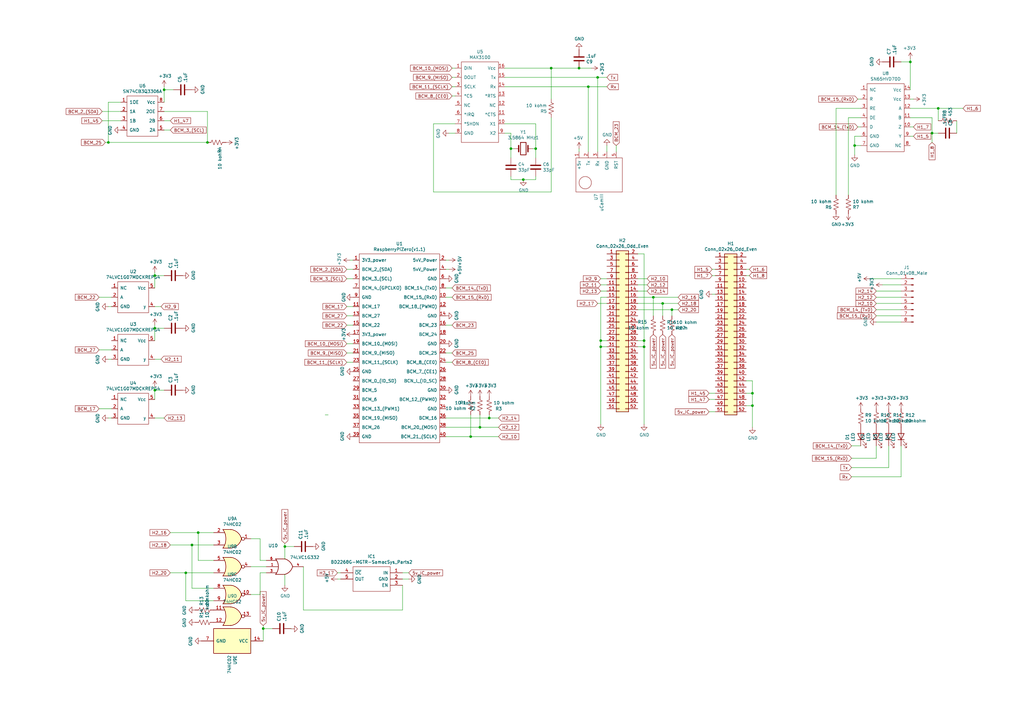
<source format=kicad_sch>
(kicad_sch (version 20211123) (generator eeschema)
  (paper "A3")
  (lib_symbols
    (symbol "74xGxx:74LVC1G332" (pin_names (offset 1.016))
      (property "Reference" "U" (at -2.54 5.08 0))
      (property "Value" "74LVC1G332" (at 0 -5.08 0))
      (symbol "74LVC1G332_1_1"
        (pin input line (at -7.62 0 0) (length 4.826) (name "~") (number "1"))
        (pin power_in line (at 0 -3.175 270) (length 0) hide (name "GND") (number "2"))
        (pin input line (at -7.62 -2.54 0) (length 4.191) (name "~") (number "3"))
        (pin output line (at 7.62 0 180) (length 4.445) (name "~") (number "4"))
        (pin power_in line (at 0 3.175 90) (length 0) hide (name "VCC") (number "5"))
        (pin input line (at -7.62 2.54 0) (length 4.191) (name "~") (number "6"))
      )
    )
    (symbol "74xx:74HC02" (pin_names (offset 1.016))
      (property "Reference" "U" (at 0 1.27 0))
      (property "Value" "74HC02" (at 0 -1.27 0))
      (symbol "74HC02_1_1"
        (pin output inverted (at 7.62 0 180) (length 3.81) (name "~") (number "1"))
        (pin input line (at -7.62 2.54 0) (length 4.318) (name "~") (number "2"))
        (pin input line (at -7.62 -2.54 0) (length 4.318) (name "~") (number "3"))
      )
      (symbol "74HC02_1_2"
        (pin output line (at 7.62 0 180) (length 3.81) (name "~") (number "1"))
        (pin input inverted (at -7.62 2.54 0) (length 3.81) (name "~") (number "2"))
        (pin input inverted (at -7.62 -2.54 0) (length 3.81) (name "~") (number "3"))
      )
      (symbol "74HC02_2_1"
        (pin output inverted (at 7.62 0 180) (length 3.81) (name "~") (number "4"))
        (pin input line (at -7.62 2.54 0) (length 4.318) (name "~") (number "5"))
        (pin input line (at -7.62 -2.54 0) (length 4.318) (name "~") (number "6"))
      )
      (symbol "74HC02_2_2"
        (pin output line (at 7.62 0 180) (length 3.81) (name "~") (number "4"))
        (pin input inverted (at -7.62 2.54 0) (length 3.81) (name "~") (number "5"))
        (pin input inverted (at -7.62 -2.54 0) (length 3.81) (name "~") (number "6"))
      )
      (symbol "74HC02_3_1"
        (pin output inverted (at 7.62 0 180) (length 3.81) (name "~") (number "10"))
        (pin input line (at -7.62 2.54 0) (length 4.318) (name "~") (number "8"))
        (pin input line (at -7.62 -2.54 0) (length 4.318) (name "~") (number "9"))
      )
      (symbol "74HC02_3_2"
        (pin output line (at 7.62 0 180) (length 3.81) (name "~") (number "10"))
        (pin input inverted (at -7.62 2.54 0) (length 3.81) (name "~") (number "8"))
        (pin input inverted (at -7.62 -2.54 0) (length 3.81) (name "~") (number "9"))
      )
      (symbol "74HC02_4_1"
        (pin input line (at -7.62 2.54 0) (length 4.318) (name "~") (number "11"))
        (pin input line (at -7.62 -2.54 0) (length 4.318) (name "~") (number "12"))
        (pin output inverted (at 7.62 0 180) (length 3.81) (name "~") (number "13"))
      )
      (symbol "74HC02_4_2"
        (pin input inverted (at -7.62 2.54 0) (length 3.81) (name "~") (number "11"))
        (pin input inverted (at -7.62 -2.54 0) (length 3.81) (name "~") (number "12"))
        (pin output line (at 7.62 0 180) (length 3.81) (name "~") (number "13"))
      )
      (symbol "74HC02_5_0"
        (pin power_in line (at 0 12.7 270) (length 5.08) (name "VCC") (number "14"))
        (pin power_in line (at 0 -12.7 90) (length 5.08) (name "GND") (number "7"))
      )
    )
    (symbol "Connector:Conn_01x08_Male" (pin_names (offset 1.016) hide)
      (property "Reference" "J" (at 0 10.16 0))
      (property "Value" "Conn_01x08_Male" (at 0 -12.7 0))
      (symbol "Conn_01x08_Male_1_1"
        (pin passive line (at 5.08 7.62 180) (length 3.81) (name "Pin_1") (number "1"))
        (pin passive line (at 5.08 5.08 180) (length 3.81) (name "Pin_2") (number "2"))
        (pin passive line (at 5.08 2.54 180) (length 3.81) (name "Pin_3") (number "3"))
        (pin passive line (at 5.08 0 180) (length 3.81) (name "Pin_4") (number "4"))
        (pin passive line (at 5.08 -2.54 180) (length 3.81) (name "Pin_5") (number "5"))
        (pin passive line (at 5.08 -5.08 180) (length 3.81) (name "Pin_6") (number "6"))
        (pin passive line (at 5.08 -7.62 180) (length 3.81) (name "Pin_7") (number "7"))
        (pin passive line (at 5.08 -10.16 180) (length 3.81) (name "Pin_8") (number "8"))
      )
    )
    (symbol "Connector_Generic:Conn_02x26_Odd_Even" (pin_names (offset 1.016) hide)
      (property "Reference" "J" (at 1.27 33.02 0))
      (property "Value" "Conn_02x26_Odd_Even" (at 1.27 -35.56 0))
      (symbol "Conn_02x26_Odd_Even_1_1"
        (pin passive line (at -5.08 30.48 0) (length 3.81) (name "Pin_1") (number "1"))
        (pin passive line (at 7.62 20.32 180) (length 3.81) (name "Pin_10") (number "10"))
        (pin passive line (at -5.08 17.78 0) (length 3.81) (name "Pin_11") (number "11"))
        (pin passive line (at 7.62 17.78 180) (length 3.81) (name "Pin_12") (number "12"))
        (pin passive line (at -5.08 15.24 0) (length 3.81) (name "Pin_13") (number "13"))
        (pin passive line (at 7.62 15.24 180) (length 3.81) (name "Pin_14") (number "14"))
        (pin passive line (at -5.08 12.7 0) (length 3.81) (name "Pin_15") (number "15"))
        (pin passive line (at 7.62 12.7 180) (length 3.81) (name "Pin_16") (number "16"))
        (pin passive line (at -5.08 10.16 0) (length 3.81) (name "Pin_17") (number "17"))
        (pin passive line (at 7.62 10.16 180) (length 3.81) (name "Pin_18") (number "18"))
        (pin passive line (at -5.08 7.62 0) (length 3.81) (name "Pin_19") (number "19"))
        (pin passive line (at 7.62 30.48 180) (length 3.81) (name "Pin_2") (number "2"))
        (pin passive line (at 7.62 7.62 180) (length 3.81) (name "Pin_20") (number "20"))
        (pin passive line (at -5.08 5.08 0) (length 3.81) (name "Pin_21") (number "21"))
        (pin passive line (at 7.62 5.08 180) (length 3.81) (name "Pin_22") (number "22"))
        (pin passive line (at -5.08 2.54 0) (length 3.81) (name "Pin_23") (number "23"))
        (pin passive line (at 7.62 2.54 180) (length 3.81) (name "Pin_24") (number "24"))
        (pin passive line (at -5.08 0 0) (length 3.81) (name "Pin_25") (number "25"))
        (pin passive line (at 7.62 0 180) (length 3.81) (name "Pin_26") (number "26"))
        (pin passive line (at -5.08 -2.54 0) (length 3.81) (name "Pin_27") (number "27"))
        (pin passive line (at 7.62 -2.54 180) (length 3.81) (name "Pin_28") (number "28"))
        (pin passive line (at -5.08 -5.08 0) (length 3.81) (name "Pin_29") (number "29"))
        (pin passive line (at -5.08 27.94 0) (length 3.81) (name "Pin_3") (number "3"))
        (pin passive line (at 7.62 -5.08 180) (length 3.81) (name "Pin_30") (number "30"))
        (pin passive line (at -5.08 -7.62 0) (length 3.81) (name "Pin_31") (number "31"))
        (pin passive line (at 7.62 -7.62 180) (length 3.81) (name "Pin_32") (number "32"))
        (pin passive line (at -5.08 -10.16 0) (length 3.81) (name "Pin_33") (number "33"))
        (pin passive line (at 7.62 -10.16 180) (length 3.81) (name "Pin_34") (number "34"))
        (pin passive line (at -5.08 -12.7 0) (length 3.81) (name "Pin_35") (number "35"))
        (pin passive line (at 7.62 -12.7 180) (length 3.81) (name "Pin_36") (number "36"))
        (pin passive line (at -5.08 -15.24 0) (length 3.81) (name "Pin_37") (number "37"))
        (pin passive line (at 7.62 -15.24 180) (length 3.81) (name "Pin_38") (number "38"))
        (pin passive line (at -5.08 -17.78 0) (length 3.81) (name "Pin_39") (number "39"))
        (pin passive line (at 7.62 27.94 180) (length 3.81) (name "Pin_4") (number "4"))
        (pin passive line (at 7.62 -17.78 180) (length 3.81) (name "Pin_40") (number "40"))
        (pin passive line (at -5.08 -20.32 0) (length 3.81) (name "Pin_41") (number "41"))
        (pin passive line (at 7.62 -20.32 180) (length 3.81) (name "Pin_42") (number "42"))
        (pin passive line (at -5.08 -22.86 0) (length 3.81) (name "Pin_43") (number "43"))
        (pin passive line (at 7.62 -22.86 180) (length 3.81) (name "Pin_44") (number "44"))
        (pin passive line (at -5.08 -25.4 0) (length 3.81) (name "Pin_45") (number "45"))
        (pin passive line (at 7.62 -25.4 180) (length 3.81) (name "Pin_46") (number "46"))
        (pin passive line (at -5.08 -27.94 0) (length 3.81) (name "Pin_47") (number "47"))
        (pin passive line (at 7.62 -27.94 180) (length 3.81) (name "Pin_48") (number "48"))
        (pin passive line (at -5.08 -30.48 0) (length 3.81) (name "Pin_49") (number "49"))
        (pin passive line (at -5.08 25.4 0) (length 3.81) (name "Pin_5") (number "5"))
        (pin passive line (at 7.62 -30.48 180) (length 3.81) (name "Pin_50") (number "50"))
        (pin passive line (at -5.08 -33.02 0) (length 3.81) (name "Pin_51") (number "51"))
        (pin passive line (at 7.62 -33.02 180) (length 3.81) (name "Pin_52") (number "52"))
        (pin passive line (at 7.62 25.4 180) (length 3.81) (name "Pin_6") (number "6"))
        (pin passive line (at -5.08 22.86 0) (length 3.81) (name "Pin_7") (number "7"))
        (pin passive line (at 7.62 22.86 180) (length 3.81) (name "Pin_8") (number "8"))
        (pin passive line (at -5.08 20.32 0) (length 3.81) (name "Pin_9") (number "9"))
      )
    )
    (symbol "Device:C" (pin_numbers hide) (pin_names (offset 0.254))
      (property "Reference" "C" (at 0.635 2.54 0))
      (property "Value" "C" (at 0.635 -2.54 0))
      (symbol "C_1_1"
        (pin passive line (at 0 3.81 270) (length 2.794) (name "~") (number "1"))
        (pin passive line (at 0 -3.81 90) (length 2.794) (name "~") (number "2"))
      )
    )
    (symbol "Device:Crystal" (pin_numbers hide) (pin_names (offset 1.016) hide)
      (property "Reference" "Y" (at 0 3.81 0))
      (property "Value" "Crystal" (at 0 -3.81 0))
      (symbol "Crystal_1_1"
        (pin passive line (at -3.81 0 0) (length 1.27) (name "1") (number "1"))
        (pin passive line (at 3.81 0 180) (length 1.27) (name "2") (number "2"))
      )
    )
    (symbol "Device:LED" (pin_numbers hide) (pin_names (offset 1.016) hide)
      (property "Reference" "D" (at 0 2.54 0))
      (property "Value" "LED" (at 0 -2.54 0))
      (symbol "LED_1_1"
        (pin passive line (at -3.81 0 0) (length 2.54) (name "K") (number "1"))
        (pin passive line (at 3.81 0 180) (length 2.54) (name "A") (number "2"))
      )
    )
    (symbol "Device:R_US" (pin_numbers hide) (pin_names (offset 0))
      (property "Reference" "R" (at 2.54 0 90))
      (property "Value" "R_US" (at -2.54 0 90))
      (symbol "R_US_1_1"
        (pin passive line (at 0 3.81 270) (length 1.27) (name "~") (number "1"))
        (pin passive line (at 0 -3.81 90) (length 1.27) (name "~") (number "2"))
      )
    )
    (symbol "Library_no_delete:74LVC1G07MDCKREPG4" (pin_names (offset 1.016))
      (property "Reference" "U" (at 2.54 -1.27 0))
      (property "Value" "Library_no_delete_74LVC1G07MDCKREPG4" (at -2.54 -17.78 0))
      (symbol "74LVC1G07MDCKREPG4_1_1"
        (pin input line (at -11.43 -5.08 0) (length 2.54) (name "NC") (number "1"))
        (pin input line (at -11.43 -8.89 0) (length 2.54) (name "A") (number "2"))
        (pin input line (at -11.43 -12.7 0) (length 2.54) (name "GND") (number "3"))
        (pin input line (at 6.35 -12.7 180) (length 2.54) (name "y") (number "4"))
        (pin input line (at 6.35 -5.08 180) (length 2.54) (name "Vcc") (number "5"))
      )
    )
    (symbol "SilverSat_symbols:BD2268G-MGTR-SamacSys_Parts2" (pin_names (offset 0.762))
      (property "Reference" "IC" (at 21.59 7.62 0))
      (property "Value" "SilverSat_symbols_BD2268G-MGTR-SamacSys_Parts2" (at 21.59 5.08 0))
      (symbol "BD2268G-MGTR-SamacSys_Parts2_0_0"
        (pin passive line (at 0 0 0) (length 5.08) (name "IN") (number "1"))
        (pin passive line (at 0 -2.54 0) (length 5.08) (name "GND") (number "2"))
        (pin passive line (at 0 -5.08 0) (length 5.08) (name "EN") (number "3"))
        (pin passive line (at 25.4 0 180) (length 5.08) (name "~{OC}") (number "4"))
        (pin passive line (at 25.4 -2.54 180) (length 5.08) (name "OUT") (number "5"))
      )
    )
    (symbol "SilverSat_symbols:MAX3100" (pin_names (offset 1.016))
      (property "Reference" "U5" (at 2.54 2.921 0))
      (property "Value" "MAX3100" (at 2.54 0.6096 0))
      (symbol "MAX3100_1_1"
        (pin input line (at -7.62 -3.81 0) (length 2.54) (name "DIN") (number "1"))
        (pin input line (at 12.7 -26.67 180) (length 2.54) (name "X1") (number "10"))
        (pin input line (at 12.7 -22.86 180) (length 2.54) (name "*CTS") (number "11"))
        (pin input line (at 12.7 -19.05 180) (length 2.54) (name "NC") (number "12"))
        (pin input line (at 12.7 -15.24 180) (length 2.54) (name "*RTS") (number "13"))
        (pin input line (at 12.7 -11.43 180) (length 2.54) (name "Rx") (number "14"))
        (pin input line (at 12.7 -7.62 180) (length 2.54) (name "Tx") (number "15"))
        (pin input line (at 12.7 -3.81 180) (length 2.54) (name "Vcc") (number "16"))
        (pin input line (at -7.62 -7.62 0) (length 2.54) (name "DOUT") (number "2"))
        (pin input line (at -7.62 -11.43 0) (length 2.54) (name "SCLK") (number "3"))
        (pin input line (at -7.62 -15.24 0) (length 2.54) (name "*C5") (number "4"))
        (pin input line (at -7.62 -19.05 0) (length 2.54) (name "NC") (number "5"))
        (pin input line (at -7.62 -22.86 0) (length 2.54) (name "*IRQ") (number "6"))
        (pin input line (at -7.62 -26.67 0) (length 2.54) (name "*SHDN") (number "7"))
        (pin input line (at -7.62 -30.48 0) (length 2.54) (name "GND") (number "8"))
        (pin input line (at 12.7 -30.48 180) (length 2.54) (name "X2") (number "9"))
      )
    )
    (symbol "SilverSat_symbols:RaspberryPiZero(v1.1)" (pin_names (offset 1.016))
      (property "Reference" "U1" (at 3.81 1.651 0))
      (property "Value" "RaspberryPiZero(v1.1)" (at 3.81 -0.6604 0))
      (symbol "RaspberryPiZero(v1.1)_1_1"
        (pin input line (at -15.24 -5.08 0) (length 2.54) (name "3V3_power") (number "1"))
        (pin input line (at 22.86 -20.32 180) (length 2.54) (name "BCM_15_(RxD)") (number "10"))
        (pin input line (at -15.24 -24.13 0) (length 2.54) (name "BCM_17") (number "11"))
        (pin input line (at 22.86 -24.13 180) (length 2.54) (name "BCM_18_(PWMO)") (number "12"))
        (pin input line (at -15.24 -27.94 0) (length 2.54) (name "BCM_27") (number "13"))
        (pin input line (at 22.86 -27.94 180) (length 2.54) (name "GND") (number "14"))
        (pin input line (at -15.24 -31.75 0) (length 2.54) (name "BCM_22") (number "15"))
        (pin input line (at 22.86 -31.75 180) (length 2.54) (name "BCM_23") (number "16"))
        (pin input line (at -15.24 -35.56 0) (length 2.54) (name "3V3_power") (number "17"))
        (pin input line (at 22.86 -35.56 180) (length 2.54) (name "BCM_24") (number "18"))
        (pin input line (at -15.24 -39.37 0) (length 2.54) (name "BCM_10_(MOSI)") (number "19"))
        (pin input line (at 22.86 -5.08 180) (length 2.54) (name "5vV_Power") (number "2"))
        (pin input line (at 22.86 -39.37 180) (length 2.54) (name "GND") (number "20"))
        (pin input line (at -15.24 -43.18 0) (length 2.54) (name "BCM_9_(MISO)") (number "21"))
        (pin input line (at 22.86 -43.18 180) (length 2.54) (name "BCM_25") (number "22"))
        (pin input line (at -15.24 -46.99 0) (length 2.54) (name "BCM_11_(SCLK)") (number "23"))
        (pin input line (at 22.86 -46.99 180) (length 2.54) (name "BCM_8_(CE0)") (number "24"))
        (pin input line (at -15.24 -50.8 0) (length 2.54) (name "GND") (number "25"))
        (pin input line (at 22.86 -50.8 180) (length 2.54) (name "BCM_7_(CE1)") (number "26"))
        (pin input line (at -15.24 -54.61 0) (length 2.54) (name "BCM_0_(ID_SD)") (number "27"))
        (pin input line (at 22.86 -54.61 180) (length 2.54) (name "BCN_l_(ID_SC)") (number "28"))
        (pin input line (at -15.24 -58.42 0) (length 2.54) (name "BCM_5") (number "29"))
        (pin input line (at -15.24 -8.89 0) (length 2.54) (name "BCM_2_(SDA)") (number "3"))
        (pin input line (at 22.86 -58.42 180) (length 2.54) (name "GND") (number "30"))
        (pin input line (at -15.24 -62.23 0) (length 2.54) (name "BCM_6") (number "31"))
        (pin input line (at 22.86 -62.23 180) (length 2.54) (name "BCM_12_(PWM0)") (number "32"))
        (pin input line (at -15.24 -66.04 0) (length 2.54) (name "BCM_13_(PWM1)") (number "33"))
        (pin input line (at 22.86 -66.04 180) (length 2.54) (name "GND") (number "34"))
        (pin input line (at -15.24 -69.85 0) (length 2.54) (name "BCM_19_(MISO)") (number "35"))
        (pin input line (at 22.86 -69.85 180) (length 2.54) (name "BCM_16") (number "36"))
        (pin input line (at -15.24 -73.66 0) (length 2.54) (name "BCM_26") (number "37"))
        (pin input line (at 22.86 -73.66 180) (length 2.54) (name "BCM_20_(MOSI)") (number "38"))
        (pin input line (at -15.24 -77.47 0) (length 2.54) (name "GND") (number "39"))
        (pin input line (at 22.86 -8.89 180) (length 2.54) (name "5vV_Power") (number "4"))
        (pin input line (at 22.86 -77.47 180) (length 2.54) (name "BCM_21_(SCLK)") (number "40"))
        (pin input line (at -15.24 -12.7 0) (length 2.54) (name "BCM_3_(SCL)") (number "5"))
        (pin input line (at 22.86 -12.7 180) (length 2.54) (name "GND") (number "6"))
        (pin input line (at -15.24 -16.51 0) (length 2.54) (name "BCM_4_(GPCLKO)") (number "7"))
        (pin input line (at 22.86 -16.51 180) (length 2.54) (name "BCM_14_(TxD)") (number "8"))
        (pin input line (at -15.24 -20.32 0) (length 2.54) (name "GND") (number "9"))
      )
    )
    (symbol "SilverSat_symbols:SN65HVD70D" (pin_names (offset 1.016))
      (property "Reference" "U" (at 0 0 0))
      (property "Value" "SilverSat_symbols_SN65HVD70D" (at 0 0 0))
      (symbol "SN65HVD70D_1_1"
        (pin input line (at -7.62 -6.35 0) (length 2.54) (name "NC") (number "1"))
        (pin input line (at 12.7 -21.59 180) (length 2.54) (name "Z") (number "10"))
        (pin input line (at 12.7 -17.78 180) (length 2.54) (name "B") (number "11"))
        (pin input line (at 12.7 -13.97 180) (length 2.54) (name "A") (number "12"))
        (pin input line (at 12.7 -10.16 180) (length 2.54) (name "Vcc") (number "13"))
        (pin input line (at 12.7 -6.35 180) (length 2.54) (name "Vcc") (number "14"))
        (pin input line (at -7.62 -10.16 0) (length 2.54) (name "R") (number "2"))
        (pin input line (at -7.62 -13.97 0) (length 2.54) (name "RE") (number "3"))
        (pin input line (at -7.62 -17.78 0) (length 2.54) (name "DE") (number "4"))
        (pin input line (at -7.62 -21.59 0) (length 2.54) (name "D") (number "5"))
        (pin input line (at -7.62 -25.4 0) (length 2.54) (name "GND") (number "6"))
        (pin input line (at -7.62 -29.21 0) (length 2.54) (name "GND") (number "7"))
        (pin input line (at 12.7 -29.21 180) (length 2.54) (name "NC") (number "8"))
        (pin input line (at 12.7 -25.4 180) (length 2.54) (name "Y") (number "9"))
      )
    )
    (symbol "SilverSat_symbols:SN74CB3Q3306A" (pin_names (offset 1.016))
      (property "Reference" "U" (at 0 0 0))
      (property "Value" "SilverSat_symbols_SN74CB3Q3306A" (at 0 0 0))
      (symbol "SN74CB3Q3306A_1_1"
        (pin input line (at -7.62 -6.35 0) (length 2.54) (name "1OE") (number "1"))
        (pin input line (at -7.62 -10.16 0) (length 2.54) (name "1A") (number "2"))
        (pin input line (at -7.62 -13.97 0) (length 2.54) (name "1B") (number "3"))
        (pin input line (at -7.62 -17.78 0) (length 2.54) (name "GND") (number "4"))
        (pin input line (at 10.16 -17.78 180) (length 2.54) (name "2A") (number "5"))
        (pin input line (at 10.16 -13.97 180) (length 2.54) (name "2B") (number "6"))
        (pin input line (at 10.16 -10.16 180) (length 2.54) (name "2OE") (number "7"))
        (pin input line (at 10.16 -6.35 180) (length 2.54) (name "Vcc") (number "8"))
      )
    )
    (symbol "SilverSat_symbols:uCamIII" (pin_names (offset 1.016))
      (property "Reference" "U" (at -1.27 1.27 0))
      (property "Value" "SilverSat_symbols_uCamIII" (at 2.54 1.27 0))
      (symbol "uCamIII_1_1"
        (pin input line (at 0 -2.54 0) (length 2.54) (name "+5v") (number "1"))
        (pin input line (at 0 -6.35 0) (length 2.54) (name "Tx") (number "2"))
        (pin input line (at 0 -10.16 0) (length 2.54) (name "Rx") (number "3"))
        (pin input line (at 0 -13.97 0) (length 2.54) (name "GND") (number "4"))
        (pin input line (at 0 -17.78 0) (length 2.54) (name "RST") (number "5"))
      )
    )
    (symbol "power:+3.3V" (power) (pin_names (offset 0))
      (property "Value" "+3.3V" (at 0 3.556 0))
      (symbol "+3.3V_1_1"
        (pin power_in line (at 0 0 90) (length 0) hide (name "+3V3") (number "1"))
      )
    )
    (symbol "power:+5V" (power) (pin_names (offset 0))
      (property "Value" "+5V" (at 0 3.556 0))
      (symbol "+5V_1_1"
        (pin power_in line (at 0 0 90) (length 0) hide (name "+5V") (number "1"))
      )
    )
    (symbol "power:GND" (power) (pin_names (offset 0))
      (property "Value" "GND" (at 0 -3.81 0))
      (symbol "GND_1_1"
        (pin power_in line (at 0 0 270) (length 0) hide (name "GND") (number "1"))
      )
    )
  )
  (junction (at 196.85 175.26))
  (junction (at 241.3 35.56))
  (junction (at 382.27 54.61))
  (junction (at 219.71 60.96))
  (junction (at 237.49 27.94))
  (junction (at 116.84 224.155))
  (junction (at 308.61 161.29))
  (junction (at 275.59 127))
  (junction (at 350.52 59.69))
  (junction (at 373.38 25.4))
  (junction (at 200.66 171.45))
  (junction (at 63.5 134.62))
  (junction (at 384.81 44.45))
  (junction (at 246.38 139.7))
  (junction (at 308.61 166.37))
  (junction (at 271.78 124.46))
  (junction (at 78.74 223.52))
  (junction (at 193.04 179.07))
  (junction (at 264.16 139.7))
  (junction (at 226.06 27.94))
  (junction (at 67.31 36.83))
  (junction (at 267.97 121.92))
  (junction (at 63.5 160.02))
  (junction (at 81.28 218.44))
  (junction (at 85.09 58.42))
  (junction (at 44.45 58.42))
  (junction (at 264.16 142.24))
  (junction (at 209.55 60.96))
  (junction (at 63.5 113.03))
  (junction (at 76.2 234.95))
  (junction (at 107.95 257.81))
  (junction (at 214.63 73.66))
  (junction (at 245.11 31.75))
  (junction (at 246.38 142.24))
  (wire (pts (xy 107.95 257.81) (xy 107.95 262.89)))
  (wire (pts (xy 63.5 113.03) (xy 63.5 111.76)))
  (wire (pts (xy 78.74 241.3) (xy 87.63 241.3)))
  (wire (pts (xy 142.24 110.49) (xy 144.78 110.49)))
  (wire (pts (xy 359.41 121.92) (xy 369.57 121.92)))
  (wire (pts (xy 242.57 27.94) (xy 237.49 27.94)))
  (wire (pts (xy 67.31 36.83) (xy 71.12 36.83)))
  (wire (pts (xy 116.84 229.235) (xy 116.84 224.155)))
  (wire (pts (xy 351.79 52.07) (xy 353.06 52.07)))
  (wire (pts (xy 369.57 195.58) (xy 369.57 182.88)))
  (wire (pts (xy 382.27 48.26) (xy 382.27 54.61)))
  (wire (pts (xy 186.69 50.8) (xy 177.8 50.8)))
  (wire (pts (xy 342.9 44.45) (xy 353.06 44.45)))
  (wire (pts (xy 63.5 113.03) (xy 67.31 113.03)))
  (wire (pts (xy 210.82 60.96) (xy 209.55 60.96)))
  (wire (pts (xy 349.25 187.96) (xy 359.41 187.96)))
  (wire (pts (xy 193.04 170.18) (xy 193.04 179.07)))
  (wire (pts (xy 142.24 144.78) (xy 144.78 144.78)))
  (wire (pts (xy 209.55 73.66) (xy 209.55 72.39)))
  (wire (pts (xy 44.45 125.73) (xy 45.72 125.73)))
  (wire (pts (xy 248.92 139.7) (xy 246.38 139.7)))
  (wire (pts (xy 207.01 50.8) (xy 219.71 50.8)))
  (wire (pts (xy 209.55 54.61) (xy 207.01 54.61)))
  (wire (pts (xy 306.07 110.49) (xy 307.34 110.49)))
  (wire (pts (xy 76.2 234.95) (xy 87.63 234.95)))
  (wire (pts (xy 246.38 139.7) (xy 246.38 142.24)))
  (wire (pts (xy 261.62 142.24) (xy 264.16 142.24)))
  (wire (pts (xy 67.31 45.72) (xy 85.09 45.72)))
  (wire (pts (xy 306.07 113.03) (xy 307.34 113.03)))
  (wire (pts (xy 207.01 27.94) (xy 226.06 27.94)))
  (wire (pts (xy 350.52 55.88) (xy 350.52 59.69)))
  (wire (pts (xy 382.27 54.61) (xy 382.27 58.42)))
  (wire (pts (xy 119.38 257.81) (xy 119.507 257.937)))
  (wire (pts (xy 193.04 179.07) (xy 204.47 179.07)))
  (wire (pts (xy 196.85 175.26) (xy 204.47 175.26)))
  (wire (pts (xy 248.92 142.24) (xy 246.38 142.24)))
  (wire (pts (xy 44.45 41.91) (xy 49.53 41.91)))
  (wire (pts (xy 359.41 119.38) (xy 369.57 119.38)))
  (wire (pts (xy 185.42 27.94) (xy 186.69 27.94)))
  (wire (pts (xy 142.24 148.59) (xy 144.78 148.59)))
  (wire (pts (xy 290.83 163.83) (xy 293.37 163.83)))
  (wire (pts (xy 241.3 35.56) (xy 241.3 62.23)))
  (wire (pts (xy 76.2 234.95) (xy 76.2 246.38)))
  (wire (pts (xy 116.84 224.155) (xy 116.84 222.885)))
  (wire (pts (xy 384.81 44.45) (xy 384.81 49.53)))
  (wire (pts (xy 102.87 232.41) (xy 109.22 232.41)))
  (wire (pts (xy 182.88 121.92) (xy 185.42 121.92)))
  (wire (pts (xy 350.52 59.69) (xy 350.52 63.5)))
  (wire (pts (xy 185.42 31.75) (xy 186.69 31.75)))
  (wire (pts (xy 200.66 171.45) (xy 204.47 171.45)))
  (wire (pts (xy 342.9 80.01) (xy 342.9 44.45)))
  (wire (pts (xy 271.78 124.46) (xy 278.13 124.46)))
  (wire (pts (xy 275.59 127) (xy 278.13 127)))
  (wire (pts (xy 373.38 25.4) (xy 373.38 36.83)))
  (wire (pts (xy 275.59 127) (xy 275.59 129.54)))
  (wire (pts (xy 264.16 142.24) (xy 264.16 173.99)))
  (wire (pts (xy 209.55 60.96) (xy 209.55 64.77)))
  (wire (pts (xy 138.43 234.95) (xy 139.7 234.95)))
  (wire (pts (xy 209.55 54.61) (xy 209.55 60.96)))
  (wire (pts (xy 219.71 72.39) (xy 219.71 73.66)))
  (wire (pts (xy 67.31 53.34) (xy 69.85 53.34)))
  (wire (pts (xy 359.41 127) (xy 369.57 127)))
  (wire (pts (xy 44.45 147.32) (xy 45.72 147.32)))
  (wire (pts (xy 306.07 166.37) (xy 308.61 166.37)))
  (wire (pts (xy 261.62 124.46) (xy 271.78 124.46)))
  (wire (pts (xy 63.5 125.73) (xy 66.04 125.73)))
  (wire (pts (xy 69.85 234.95) (xy 76.2 234.95)))
  (wire (pts (xy 359.41 124.46) (xy 369.57 124.46)))
  (wire (pts (xy 40.64 143.51) (xy 45.72 143.51)))
  (wire (pts (xy 124.46 250.19) (xy 165.1 250.19)))
  (wire (pts (xy 182.88 144.78) (xy 185.42 144.78)))
  (wire (pts (xy 78.74 223.52) (xy 87.63 223.52)))
  (wire (pts (xy 207.01 35.56) (xy 241.3 35.56)))
  (wire (pts (xy 292.1 113.03) (xy 293.37 113.03)))
  (wire (pts (xy 165.1 250.19) (xy 165.1 240.03)))
  (wire (pts (xy 246.38 116.84) (xy 248.92 116.84)))
  (wire (pts (xy 246.38 119.38) (xy 248.92 119.38)))
  (wire (pts (xy 81.28 218.44) (xy 81.28 229.87)))
  (wire (pts (xy 185.42 39.37) (xy 186.69 39.37)))
  (wire (pts (xy 384.81 44.45) (xy 394.97 44.45)))
  (wire (pts (xy 267.97 121.92) (xy 267.97 129.54)))
  (wire (pts (xy 182.88 175.26) (xy 196.85 175.26)))
  (wire (pts (xy 237.49 60.96) (xy 237.49 62.23)))
  (wire (pts (xy 353.06 59.69) (xy 350.52 59.69)))
  (wire (pts (xy 67.31 49.53) (xy 69.85 49.53)))
  (wire (pts (xy 292.1 120.65) (xy 293.37 120.65)))
  (wire (pts (xy 81.28 229.87) (xy 87.63 229.87)))
  (wire (pts (xy 392.43 49.53) (xy 392.43 54.61)))
  (wire (pts (xy 124.46 232.41) (xy 124.46 250.19)))
  (wire (pts (xy 219.71 50.8) (xy 219.71 60.96)))
  (wire (pts (xy 264.16 104.14) (xy 264.16 139.7)))
  (wire (pts (xy 40.64 121.92) (xy 45.72 121.92)))
  (wire (pts (xy 177.8 78.74) (xy 226.06 78.74)))
  (wire (pts (xy 142.24 129.54) (xy 144.78 129.54)))
  (wire (pts (xy 373.38 25.4) (xy 369.57 25.4)))
  (wire (pts (xy 116.84 235.585) (xy 116.84 240.03)))
  (wire (pts (xy 44.45 58.42) (xy 44.45 41.91)))
  (wire (pts (xy 142.24 114.3) (xy 144.78 114.3)))
  (wire (pts (xy 200.66 170.18) (xy 200.66 171.45)))
  (wire (pts (xy 78.74 223.52) (xy 78.74 241.3)))
  (wire (pts (xy 373.38 48.26) (xy 382.27 48.26)))
  (wire (pts (xy 252.73 59.69) (xy 252.73 62.23)))
  (wire (pts (xy 134.62 170.18) (xy 133.35 170.18)))
  (wire (pts (xy 185.42 35.56) (xy 186.69 35.56)))
  (wire (pts (xy 306.07 156.21) (xy 308.61 156.21)))
  (wire (pts (xy 364.49 191.77) (xy 364.49 182.88)))
  (wire (pts (xy 184.15 54.61) (xy 186.69 54.61)))
  (wire (pts (xy 69.85 218.44) (xy 81.28 218.44)))
  (wire (pts (xy 63.5 139.7) (xy 63.5 134.62)))
  (wire (pts (xy 261.62 139.7) (xy 264.16 139.7)))
  (wire (pts (xy 347.98 80.01) (xy 347.98 48.26)))
  (wire (pts (xy 373.38 25.4) (xy 373.38 24.13)))
  (wire (pts (xy 63.5 118.11) (xy 63.5 113.03)))
  (wire (pts (xy 353.06 55.88) (xy 350.52 55.88)))
  (wire (pts (xy 76.2 246.38) (xy 87.63 246.38)))
  (wire (pts (xy 349.25 182.88) (xy 353.06 182.88)))
  (wire (pts (xy 359.41 129.54) (xy 369.57 129.54)))
  (wire (pts (xy 248.92 59.69) (xy 248.92 62.23)))
  (wire (pts (xy 226.06 27.94) (xy 237.49 27.94)))
  (wire (pts (xy 85.09 45.72) (xy 85.09 58.42)))
  (wire (pts (xy 267.97 121.92) (xy 278.13 121.92)))
  (wire (pts (xy 63.5 171.45) (xy 67.31 171.45)))
  (wire (pts (xy 351.79 40.64) (xy 353.06 40.64)))
  (wire (pts (xy 226.06 27.94) (xy 226.06 40.64)))
  (wire (pts (xy 248.92 121.92) (xy 246.38 121.92)))
  (wire (pts (xy 41.91 45.72) (xy 49.53 45.72)))
  (wire (pts (xy 245.11 31.75) (xy 248.92 31.75)))
  (wire (pts (xy 347.98 48.26) (xy 353.06 48.26)))
  (wire (pts (xy 261.62 104.14) (xy 264.16 104.14)))
  (wire (pts (xy 261.62 116.84) (xy 265.43 116.84)))
  (wire (pts (xy 218.44 60.96) (xy 219.71 60.96)))
  (wire (pts (xy 63.5 134.62) (xy 63.5 133.35)))
  (wire (pts (xy 139.7 237.49) (xy 138.43 237.49)))
  (wire (pts (xy 290.83 168.91) (xy 293.37 168.91)))
  (wire (pts (xy 207.01 31.75) (xy 245.11 31.75)))
  (wire (pts (xy 182.88 171.45) (xy 200.66 171.45)))
  (wire (pts (xy 356.87 114.3) (xy 369.57 114.3)))
  (wire (pts (xy 107.95 257.81) (xy 111.76 257.81)))
  (wire (pts (xy 226.06 48.26) (xy 226.06 78.74)))
  (wire (pts (xy 182.88 110.49) (xy 184.15 110.49)))
  (wire (pts (xy 43.18 58.42) (xy 44.45 58.42)))
  (wire (pts (xy 261.62 127) (xy 275.59 127)))
  (wire (pts (xy 41.91 49.53) (xy 49.53 49.53)))
  (wire (pts (xy 246.38 114.3) (xy 248.92 114.3)))
  (wire (pts (xy 373.38 40.64) (xy 374.65 40.64)))
  (wire (pts (xy 177.8 50.8) (xy 177.8 78.74)))
  (wire (pts (xy 69.85 223.52) (xy 78.74 223.52)))
  (wire (pts (xy 246.38 121.92) (xy 246.38 139.7)))
  (wire (pts (xy 264.16 139.7) (xy 264.16 142.24)))
  (wire (pts (xy 67.31 36.83) (xy 67.31 35.56)))
  (wire (pts (xy 63.5 160.02) (xy 63.5 158.75)))
  (wire (pts (xy 182.88 133.35) (xy 185.42 133.35)))
  (wire (pts (xy 196.85 170.18) (xy 196.85 175.26)))
  (wire (pts (xy 292.1 110.49) (xy 293.37 110.49)))
  (wire (pts (xy 359.41 132.08) (xy 369.57 132.08)))
  (wire (pts (xy 246.38 142.24) (xy 246.38 173.99)))
  (wire (pts (xy 63.5 160.02) (xy 67.31 160.02)))
  (wire (pts (xy 116.84 224.155) (xy 120.65 224.155)))
  (wire (pts (xy 142.24 125.73) (xy 144.78 125.73)))
  (wire (pts (xy 271.78 124.46) (xy 271.78 129.54)))
  (wire (pts (xy 214.63 73.66) (xy 209.55 73.66)))
  (wire (pts (xy 373.38 52.07) (xy 374.65 52.07)))
  (wire (pts (xy 102.87 220.98) (xy 106.68 220.98)))
  (wire (pts (xy 308.61 156.21) (xy 308.61 161.29)))
  (wire (pts (xy 106.68 220.98) (xy 106.68 229.87)))
  (wire (pts (xy 361.95 116.84) (xy 369.57 116.84)))
  (wire (pts (xy 81.28 218.44) (xy 87.63 218.44)))
  (wire (pts (xy 308.61 161.29) (xy 308.61 166.37)))
  (wire (pts (xy 102.87 243.84) (xy 106.68 243.84)))
  (wire (pts (xy 40.64 167.64) (xy 45.72 167.64)))
  (wire (pts (xy 382.27 54.61) (xy 384.81 54.61)))
  (wire (pts (xy 182.88 148.59) (xy 185.42 148.59)))
  (wire (pts (xy 261.62 121.92) (xy 267.97 121.92)))
  (wire (pts (xy 308.61 166.37) (xy 308.61 175.26)))
  (wire (pts (xy 63.5 134.62) (xy 67.31 134.62)))
  (wire (pts (xy 107.95 257.81) (xy 107.95 256.54)))
  (wire (pts (xy 106.68 234.95) (xy 109.22 234.95)))
  (wire (pts (xy 182.88 106.68) (xy 184.15 106.68)))
  (wire (pts (xy 167.64 237.49) (xy 165.1 237.49)))
  (wire (pts (xy 165.1 234.95) (xy 167.64 234.95)))
  (wire (pts (xy 359.41 187.96) (xy 359.41 182.88)))
  (wire (pts (xy 182.88 179.07) (xy 193.04 179.07)))
  (wire (pts (xy 245.11 31.75) (xy 245.11 62.23)))
  (wire (pts (xy 106.68 243.84) (xy 106.68 234.95)))
  (wire (pts (xy 63.5 147.32) (xy 66.04 147.32)))
  (wire (pts (xy 245.11 124.46) (xy 248.92 124.46)))
  (wire (pts (xy 142.24 133.35) (xy 144.78 133.35)))
  (wire (pts (xy 44.45 171.45) (xy 45.72 171.45)))
  (wire (pts (xy 306.07 161.29) (xy 308.61 161.29)))
  (wire (pts (xy 63.5 163.83) (xy 63.5 160.02)))
  (wire (pts (xy 142.24 140.97) (xy 144.78 140.97)))
  (wire (pts (xy 349.25 195.58) (xy 369.57 195.58)))
  (wire (pts (xy 85.09 58.42) (xy 44.45 58.42)))
  (wire (pts (xy 373.38 44.45) (xy 384.81 44.45)))
  (wire (pts (xy 261.62 114.3) (xy 265.43 114.3)))
  (wire (pts (xy 349.25 191.77) (xy 364.49 191.77)))
  (wire (pts (xy 219.71 60.96) (xy 219.71 64.77)))
  (wire (pts (xy 106.68 229.87) (xy 109.22 229.87)))
  (wire (pts (xy 182.88 118.11) (xy 185.42 118.11)))
  (wire (pts (xy 290.83 161.29) (xy 293.37 161.29)))
  (wire (pts (xy 241.3 35.56) (xy 248.92 35.56)))
  (wire (pts (xy 67.31 41.91) (xy 67.31 36.83)))
  (wire (pts (xy 374.65 55.88) (xy 373.38 55.88)))
  (wire (pts (xy 219.71 73.66) (xy 214.63 73.66)))
  (wire (pts (xy 144.78 106.68) (xy 143.51 106.68)))
  (wire (pts (xy 261.62 119.38) (xy 265.43 119.38)))
  (global_label "BCM_14_(TxD)" (shape input) (at 359.41 127 180) (property "Intersheet References" "${INTERSHEET_REFS}" (effects hide)))
  (global_label "Rx" (shape input) (at 349.25 195.58 180) (property "Intersheet References" "${INTERSHEET_REFS}" (effects hide)))
  (global_label "BCM_22" (shape input) (at 40.64 121.92 180) (property "Intersheet References" "${INTERSHEET_REFS}" (effects hide)))
  (global_label "Rx" (shape input) (at 248.92 35.56 0) (property "Intersheet References" "${INTERSHEET_REFS}" (effects hide)))
  (global_label "H2_17" (shape input) (at 245.11 124.46 180) (property "Intersheet References" "${INTERSHEET_REFS}" (effects hide)))
  (global_label "H1_7" (shape input) (at 292.1 113.03 180) (property "Intersheet References" "${INTERSHEET_REFS}" (effects hide)))
  (global_label "H2_10" (shape input) (at 359.41 124.46 180) (property "Intersheet References" "${INTERSHEET_REFS}" (effects hide)))
  (global_label "H2_13" (shape input) (at 67.31 171.45 0) (property "Intersheet References" "${INTERSHEET_REFS}" (effects hide)))
  (global_label "H2_10" (shape input) (at 265.43 114.3 0) (property "Intersheet References" "${INTERSHEET_REFS}" (effects hide)))
  (global_label "H1_45" (shape input) (at 290.83 161.29 180) (property "Intersheet References" "${INTERSHEET_REFS}" (effects hide)))
  (global_label "H1_8" (shape input) (at 382.27 58.42 270) (property "Intersheet References" "${INTERSHEET_REFS}" (effects hide)))
  (global_label "BCM_14_(TxD)" (shape input) (at 185.42 118.11 0) (property "Intersheet References" "${INTERSHEET_REFS}" (effects hide)))
  (global_label "H1_8" (shape input) (at 307.34 113.03 0) (property "Intersheet References" "${INTERSHEET_REFS}" (effects hide)))
  (global_label "H2_12" (shape input) (at 265.43 116.84 0) (property "Intersheet References" "${INTERSHEET_REFS}" (effects hide)))
  (global_label "H2_12" (shape input) (at 204.47 175.26 0) (property "Intersheet References" "${INTERSHEET_REFS}" (effects hide)))
  (global_label "BCM_17" (shape input) (at 142.24 125.73 180) (property "Intersheet References" "${INTERSHEET_REFS}" (effects hide)))
  (global_label "5v_IC_power" (shape input) (at 116.84 222.885 90) (property "Intersheet References" "${INTERSHEET_REFS}" (effects hide)))
  (global_label "H2_16" (shape input) (at 278.13 121.92 0) (property "Intersheet References" "${INTERSHEET_REFS}" (effects hide)))
  (global_label "H2_11" (shape input) (at 66.04 147.32 0) (property "Intersheet References" "${INTERSHEET_REFS}" (effects hide)))
  (global_label "BCM_10_(MOSI)" (shape input) (at 142.24 140.97 180) (property "Intersheet References" "${INTERSHEET_REFS}" (effects hide)))
  (global_label "H1_47" (shape input) (at 290.83 163.83 180) (property "Intersheet References" "${INTERSHEET_REFS}" (effects hide)))
  (global_label "BCM_11_(SCLK)" (shape input) (at 142.24 148.59 180) (property "Intersheet References" "${INTERSHEET_REFS}" (effects hide)))
  (global_label "Tx" (shape input) (at 349.25 191.77 180) (property "Intersheet References" "${INTERSHEET_REFS}" (effects hide)))
  (global_label "H1_6" (shape input) (at 394.97 44.45 0) (property "Intersheet References" "${INTERSHEET_REFS}" (effects hide)))
  (global_label "BCM_25" (shape input) (at 43.18 58.42 180) (property "Intersheet References" "${INTERSHEET_REFS}" (effects hide)))
  (global_label "BCM_14_(TxD)" (shape input) (at 351.79 52.07 180) (property "Intersheet References" "${INTERSHEET_REFS}" (effects hide)))
  (global_label "5v_IC_power" (shape input) (at 271.78 137.16 270) (property "Intersheet References" "${INTERSHEET_REFS}" (effects hide)))
  (global_label "H2_9" (shape input) (at 66.04 125.73 0) (property "Intersheet References" "${INTERSHEET_REFS}" (effects hide)))
  (global_label "BCM_9_(MISO)" (shape input) (at 185.42 31.75 180) (property "Intersheet References" "${INTERSHEET_REFS}" (effects hide)))
  (global_label "H1_5" (shape input) (at 374.65 55.88 0) (property "Intersheet References" "${INTERSHEET_REFS}" (effects hide)))
  (global_label "H1_5" (shape input) (at 292.1 110.49 180) (property "Intersheet References" "${INTERSHEET_REFS}" (effects hide)))
  (global_label "5v_IC_power" (shape input) (at 275.59 137.16 270) (property "Intersheet References" "${INTERSHEET_REFS}" (effects hide)))
  (global_label "5v_IC_power" (shape input) (at 167.64 234.95 0) (property "Intersheet References" "${INTERSHEET_REFS}" (effects hide)))
  (global_label "BCM_23" (shape input) (at 185.42 133.35 0) (property "Intersheet References" "${INTERSHEET_REFS}" (effects hide)))
  (global_label "BCM_10_(MOSI)" (shape input) (at 185.42 27.94 180) (property "Intersheet References" "${INTERSHEET_REFS}" (effects hide)))
  (global_label "H1_6" (shape input) (at 307.34 110.49 0) (property "Intersheet References" "${INTERSHEET_REFS}" (effects hide)))
  (global_label "BCM_3_(SCL)" (shape input) (at 69.85 53.34 0) (property "Intersheet References" "${INTERSHEET_REFS}" (effects hide)))
  (global_label "H2_20" (shape input) (at 278.13 127 0) (property "Intersheet References" "${INTERSHEET_REFS}" (effects hide)))
  (global_label "H2_18" (shape input) (at 278.13 124.46 0) (property "Intersheet References" "${INTERSHEET_REFS}" (effects hide)))
  (global_label "BCM_14_(TxD)" (shape input) (at 349.25 182.88 180) (property "Intersheet References" "${INTERSHEET_REFS}" (effects hide)))
  (global_label "BCM_25" (shape input) (at 185.42 144.78 0) (property "Intersheet References" "${INTERSHEET_REFS}" (effects hide)))
  (global_label "H2_17" (shape input) (at 138.43 234.95 180) (property "Intersheet References" "${INTERSHEET_REFS}" (effects hide)))
  (global_label "H1_7" (shape input) (at 374.65 52.07 0) (property "Intersheet References" "${INTERSHEET_REFS}" (effects hide)))
  (global_label "BCM_2_(SDA)" (shape input) (at 142.24 110.49 180) (property "Intersheet References" "${INTERSHEET_REFS}" (effects hide)))
  (global_label "H2_18" (shape input) (at 69.85 223.52 180) (property "Intersheet References" "${INTERSHEET_REFS}" (effects hide)))
  (global_label "H2_13" (shape input) (at 246.38 119.38 180) (property "Intersheet References" "${INTERSHEET_REFS}" (effects hide)))
  (global_label "H2_10" (shape input) (at 204.47 179.07 0) (property "Intersheet References" "${INTERSHEET_REFS}" (effects hide)))
  (global_label "BCM_8_(CE0)" (shape input) (at 185.42 148.59 0) (property "Intersheet References" "${INTERSHEET_REFS}" (effects hide)))
  (global_label "H2_9" (shape input) (at 246.38 114.3 180) (property "Intersheet References" "${INTERSHEET_REFS}" (effects hide)))
  (global_label "BCM_15_(RxD)" (shape input) (at 185.42 121.92 0) (property "Intersheet References" "${INTERSHEET_REFS}" (effects hide)))
  (global_label "BCM_15_(RxD)" (shape input) (at 359.41 129.54 180) (property "Intersheet References" "${INTERSHEET_REFS}" (effects hide)))
  (global_label "BCM_11_(SCLK)" (shape input) (at 185.42 35.56 180) (property "Intersheet References" "${INTERSHEET_REFS}" (effects hide)))
  (global_label "5v_IC_power" (shape input) (at 107.95 256.54 90) (property "Intersheet References" "${INTERSHEET_REFS}" (effects hide)))
  (global_label "5v_IC_power" (shape input) (at 267.97 137.16 270) (property "Intersheet References" "${INTERSHEET_REFS}" (effects hide)))
  (global_label "Tx" (shape input) (at 248.92 31.75 0) (property "Intersheet References" "${INTERSHEET_REFS}" (effects hide)))
  (global_label "BCM_17" (shape input) (at 40.64 167.64 180) (property "Intersheet References" "${INTERSHEET_REFS}" (effects hide)))
  (global_label "BCM_22" (shape input) (at 142.24 133.35 180) (property "Intersheet References" "${INTERSHEET_REFS}" (effects hide)))
  (global_label "H2_12" (shape input) (at 359.41 121.92 180) (property "Intersheet References" "${INTERSHEET_REFS}" (effects hide)))
  (global_label "BCM_8_(CE0)" (shape input) (at 185.42 39.37 180) (property "Intersheet References" "${INTERSHEET_REFS}" (effects hide)))
  (global_label "BCM_2_(SDA)" (shape input) (at 41.91 45.72 180) (property "Intersheet References" "${INTERSHEET_REFS}" (effects hide)))
  (global_label "H2_20" (shape input) (at 69.85 234.95 180) (property "Intersheet References" "${INTERSHEET_REFS}" (effects hide)))
  (global_label "H2_14" (shape input) (at 265.43 119.38 0) (property "Intersheet References" "${INTERSHEET_REFS}" (effects hide)))
  (global_label "H2_14" (shape input) (at 204.47 171.45 0) (property "Intersheet References" "${INTERSHEET_REFS}" (effects hide)))
  (global_label "H1_47" (shape input) (at 69.85 49.53 0) (property "Intersheet References" "${INTERSHEET_REFS}" (effects hide)))
  (global_label "H2_16" (shape input) (at 69.85 218.44 180) (property "Intersheet References" "${INTERSHEET_REFS}" (effects hide)))
  (global_label "H2_11" (shape input) (at 246.38 116.84 180) (property "Intersheet References" "${INTERSHEET_REFS}" (effects hide)))
  (global_label "H1_45" (shape input) (at 41.91 49.53 180) (property "Intersheet References" "${INTERSHEET_REFS}" (effects hide)))
  (global_label "BCM_15_(RxD)" (shape input) (at 349.25 187.96 180) (property "Intersheet References" "${INTERSHEET_REFS}" (effects hide)))
  (global_label "H2_14" (shape input) (at 359.41 119.38 180) (property "Intersheet References" "${INTERSHEET_REFS}" (effects hide)))
  (global_label "BCM_9_(MISO)" (shape input) (at 142.24 144.78 180) (property "Intersheet References" "${INTERSHEET_REFS}" (effects hide)))
  (global_label "BCM_3_(SCL)" (shape input) (at 142.24 114.3 180) (property "Intersheet References" "${INTERSHEET_REFS}" (effects hide)))
  (global_label "5v_IC_power" (shape input) (at 290.83 168.91 180) (property "Intersheet References" "${INTERSHEET_REFS}" (effects hide)))
  (global_label "BCM_23" (shape input) (at 252.73 59.69 90) (property "Intersheet References" "${INTERSHEET_REFS}" (effects hide)))
  (global_label "BCM_27" (shape input) (at 40.64 143.51 180) (property "Intersheet References" "${INTERSHEET_REFS}" (effects hide)))
  (global_label "BCM_15_(RxD)" (shape input) (at 351.79 40.64 180) (property "Intersheet References" "${INTERSHEET_REFS}" (effects hide)))
  (global_label "BCM_27" (shape input) (at 142.24 129.54 180) (property "Intersheet References" "${INTERSHEET_REFS}" (effects hide)))
  (symbol (lib_id "Library_no_delete:74LVC1G07MDCKREPG4") (at 57.15 113.03 0) (unit 1)
    (property "Reference" "U2" (at 54.61 111.379 0))
    (property "Value" "74LVC1G07MDCKREPG4" (at 54.61 113.6904 0))
    (property "Footprint" "Package_TO_SOT_SMD:SOT-353_SC-70-5" (effects hide))
  )
  (symbol (lib_id "SilverSat_symbols:SN65HVD70D") (at 360.68 30.48 0) (unit 1)
    (property "Reference" "U8" (at 363.22 30.099 0))
    (property "Value" "SN65HVD70D" (at 363.22 32.4104 0))
    (property "Footprint" "Package_SO:SOIC-14_3.9x8.7mm_P1.27mm" (effects hide))
  )
  (symbol (lib_id "SilverSat_symbols:MAX3100") (at 194.31 24.13 0) (unit 1)
    (property "Reference" "U5" (at 196.85 21.209 0))
    (property "Value" "MAX3100" (at 196.85 23.5204 0))
    (property "Footprint" "Package_SO:QSOP-16_3.9x4.9mm_P0.635mm" (effects hide))
  )
  (symbol (lib_id "SilverSat_symbols:uCamIII") (at 234.95 62.23 90) (mirror x) (unit 1)
    (property "Reference" "U7" (at 244.4496 79.4512 0) (effects (justify left)))
    (property "Value" "uCamIII" (at 246.761 79.4512 0) (effects (justify left)))
    (property "Footprint" "Silversat special parts:UCAM-III" (effects hide))
  )
  (symbol (lib_id "SilverSat_symbols:SN74CB3Q3306A") (at 57.15 35.56 0) (unit 1)
    (property "Reference" "U6" (at 58.42 35.179 0))
    (property "Value" "SN74CB3Q3306A" (at 58.42 37.4904 0))
    (property "Footprint" "Package_SO:TSSOP-8_4.4x3mm_P0.65mm" (effects hide))
  )
  (symbol (lib_id "Connector_Generic:Conn_02x26_Odd_Even") (at 254 134.62 0) (unit 1)
    (property "Reference" "H2" (at 255.27 98.6282 0))
    (property "Value" "Conn_02x26_Odd_Even" (at 255.27 100.9396 0))
    (property "Footprint" "SilverSat_footprints:TheBus2x26" (effects hide))
  )
  (symbol (lib_id "Connector_Generic:Conn_02x26_Odd_Even") (at 298.45 135.89 0) (unit 1)
    (property "Reference" "H1" (at 299.72 99.8982 0))
    (property "Value" "Conn_02x26_Odd_Even" (at 299.72 102.2096 0))
    (property "Footprint" "SilverSat_footprints:TheBus2x26" (effects hide))
  )
  (symbol (lib_id "Library_no_delete:74LVC1G07MDCKREPG4") (at 57.15 134.62 0) (unit 1)
    (property "Reference" "U3" (at 54.61 132.969 0))
    (property "Value" "74LVC1G07MDCKREPG4" (at 54.61 135.2804 0))
    (property "Footprint" "Package_TO_SOT_SMD:SOT-353_SC-70-5" (effects hide))
  )
  (symbol (lib_id "power:+3.3V") (at 92.71 58.42 270) (unit 1)
    (property "Reference" "#PWR0129" (effects hide))
    (property "Value" "+3.3V" (at 97.1042 58.801 0))
  )
  (symbol (lib_id "power:+5V") (at 237.49 60.96 0) (mirror y) (unit 1)
    (property "Reference" "#PWR0127" (effects hide))
    (property "Value" "+5V" (at 237.109 56.5658 0))
  )
  (symbol (lib_id "power:GND") (at 167.64 237.49 90) (mirror x) (unit 1)
    (property "Reference" "#PWR0128" (effects hide))
    (property "Value" "GND" (at 172.0342 237.617 0))
  )
  (symbol (lib_id "power:+3.3V") (at 143.51 106.68 90) (unit 1)
    (property "Reference" "#PWR01" (effects hide))
    (property "Value" "+3.3V" (at 139.1158 106.299 0))
  )
  (symbol (lib_id "power:+5V") (at 184.15 106.68 270) (unit 1)
    (property "Reference" "#PWR010" (effects hide))
    (property "Value" "+5V" (at 188.5442 107.061 0))
  )
  (symbol (lib_id "SilverSat_symbols:RaspberryPiZero(v1.1)") (at 160.02 101.6 0) (unit 1)
    (property "Reference" "U1" (at 163.83 99.949 0))
    (property "Value" "RaspberryPiZero(v1.1)" (at 163.83 102.2604 0))
    (property "Footprint" "Module:Raspberry_Pi_Zero_Socketed_THT_FaceDown_MountingHoles" (effects hide))
  )
  (symbol (lib_id "Device:C") (at 71.12 160.02 90) (unit 1)
    (property "Reference" "C3" (at 69.9516 157.099 0) (effects (justify left)))
    (property "Value" ".1uF" (at 72.263 157.099 0) (effects (justify left)))
    (property "Footprint" "Capacitor_SMD:C_0603_1608Metric" (effects hide))
  )
  (symbol (lib_id "Device:C") (at 71.12 113.03 90) (unit 1)
    (property "Reference" "C1" (at 69.9516 110.109 0) (effects (justify left)))
    (property "Value" ".1uF" (at 72.263 110.109 0) (effects (justify left)))
    (property "Footprint" "Capacitor_SMD:C_0603_1608Metric" (effects hide))
  )
  (symbol (lib_id "power:GND") (at 49.53 53.34 270) (unit 1)
    (property "Reference" "#PWR0130" (effects hide))
    (property "Value" "GND" (at 45.1358 53.467 0))
  )
  (symbol (lib_id "power:+5V") (at 184.15 110.49 270) (unit 1)
    (property "Reference" "#PWR011" (effects hide))
    (property "Value" "+5V" (at 188.5442 110.871 0))
  )
  (symbol (lib_id "power:+3.3V") (at 144.78 137.16 90) (unit 1)
    (property "Reference" "#PWR03" (effects hide))
    (property "Value" "+3.3V" (at 140.97 137.16 0))
  )
  (symbol (lib_id "Device:C") (at 71.12 134.62 90) (unit 1)
    (property "Reference" "C2" (at 69.9516 131.699 0) (effects (justify left)))
    (property "Value" ".1uF" (at 72.263 131.699 0) (effects (justify left)))
    (property "Footprint" "Capacitor_SMD:C_0603_1608Metric" (effects hide))
  )
  (symbol (lib_id "power:GND") (at 246.38 173.99 0) (unit 1)
    (property "Reference" "#PWR0101" (effects hide))
    (property "Value" "GND" (at 246.507 178.3842 0))
  )
  (symbol (lib_id "power:GND") (at 264.16 173.99 0) (unit 1)
    (property "Reference" "#PWR0102" (effects hide))
    (property "Value" "GND" (at 264.287 178.3842 0))
  )
  (symbol (lib_id "Device:C") (at 365.76 25.4 90) (unit 1)
    (property "Reference" "C7" (at 364.5916 22.479 0) (effects (justify left)))
    (property "Value" ".1uF" (at 366.903 22.479 0) (effects (justify left)))
    (property "Footprint" "Capacitor_SMD:C_0603_1608Metric" (effects hide))
  )
  (symbol (lib_id "power:+3.3V") (at 193.04 162.56 0) (unit 1)
    (property "Reference" "#PWR0103" (effects hide))
    (property "Value" "+3.3V" (at 193.421 158.1658 0))
  )
  (symbol (lib_id "power:+3.3V") (at 200.66 162.56 0) (unit 1)
    (property "Reference" "#PWR0104" (effects hide))
    (property "Value" "+3.3V" (at 201.041 158.1658 0))
  )
  (symbol (lib_id "power:+3.3V") (at 196.85 162.56 0) (unit 1)
    (property "Reference" "#PWR0105" (effects hide))
    (property "Value" "+3.3V" (at 197.231 158.1658 0))
  )
  (symbol (lib_id "power:+3.3V") (at 63.5 111.76 0) (unit 1)
    (property "Reference" "#PWR0106" (effects hide))
    (property "Value" "+3.3V" (at 63.881 107.3658 0))
  )
  (symbol (lib_id "power:+3.3V") (at 63.5 133.35 0) (unit 1)
    (property "Reference" "#PWR0107" (effects hide))
    (property "Value" "+3.3V" (at 63.881 128.9558 0))
  )
  (symbol (lib_id "power:+3.3V") (at 63.5 158.75 0) (unit 1)
    (property "Reference" "#PWR0108" (effects hide))
    (property "Value" "+3.3V" (at 63.881 154.3558 0))
  )
  (symbol (lib_id "power:GND") (at 44.45 171.45 270) (unit 1)
    (property "Reference" "#PWR0109" (effects hide))
    (property "Value" "GND" (at 40.0558 171.577 0))
  )
  (symbol (lib_id "Device:C") (at 388.62 54.61 270) (mirror x) (unit 1)
    (property "Reference" "C8" (at 389.7884 51.689 0) (effects (justify left)))
    (property "Value" ".1uF" (at 387.477 51.689 0) (effects (justify left)))
    (property "Footprint" "Capacitor_SMD:C_0603_1608Metric" (effects hide))
  )
  (symbol (lib_id "power:GND") (at 44.45 147.32 270) (unit 1)
    (property "Reference" "#PWR0110" (effects hide))
    (property "Value" "GND" (at 40.0558 147.447 0))
  )
  (symbol (lib_id "power:GND") (at 44.45 125.73 270) (unit 1)
    (property "Reference" "#PWR0111" (effects hide))
    (property "Value" "GND" (at 40.0558 125.857 0))
  )
  (symbol (lib_id "power:GND") (at 74.93 160.02 90) (unit 1)
    (property "Reference" "#PWR0112" (effects hide))
    (property "Value" "GND" (at 79.3242 159.893 0))
  )
  (symbol (lib_id "power:GND") (at 74.93 134.62 90) (unit 1)
    (property "Reference" "#PWR0113" (effects hide))
    (property "Value" "GND" (at 79.3242 134.493 0))
  )
  (symbol (lib_id "power:GND") (at 74.93 113.03 90) (unit 1)
    (property "Reference" "#PWR0114" (effects hide))
    (property "Value" "GND" (at 79.3242 112.903 0))
  )
  (symbol (lib_id "power:+3.3V") (at 373.38 24.13 0) (mirror y) (unit 1)
    (property "Reference" "#PWR0125" (effects hide))
    (property "Value" "+3.3V" (at 372.999 19.7358 0))
  )
  (symbol (lib_id "power:+3.3V") (at 374.65 40.64 270) (unit 1)
    (property "Reference" "#PWR0124" (effects hide))
    (property "Value" "+3.3V" (at 379.0442 41.021 0))
  )
  (symbol (lib_id "power:GND") (at 361.95 25.4 270) (mirror x) (unit 1)
    (property "Reference" "#PWR0123" (effects hide))
    (property "Value" "GND" (at 357.5558 25.273 0))
  )
  (symbol (lib_id "Device:C") (at 74.93 36.83 90) (unit 1)
    (property "Reference" "C5" (at 73.7616 33.909 0) (effects (justify left)))
    (property "Value" ".1uF" (at 76.073 33.909 0) (effects (justify left)))
    (property "Footprint" "Capacitor_SMD:C_0603_1608Metric" (effects hide))
  )
  (symbol (lib_id "power:GND") (at 350.52 63.5 0) (unit 1)
    (property "Reference" "#PWR0122" (effects hide))
    (property "Value" "GND" (at 350.647 67.8942 0))
  )
  (symbol (lib_id "Device:R_US") (at 347.98 83.82 0) (mirror x) (unit 1)
    (property "Reference" "R7" (at 349.7072 84.9884 0) (effects (justify left)))
    (property "Value" "10 kohm" (at 349.7072 82.677 0) (effects (justify left)))
    (property "Footprint" "Resistor_SMD:R_0603_1608Metric" (effects hide))
  )
  (symbol (lib_id "power:+3.3V") (at 347.98 87.63 180) (unit 1)
    (property "Reference" "#PWR0121" (effects hide))
    (property "Value" "+3.3V" (at 347.599 92.0242 0))
  )
  (symbol (lib_id "power:GND") (at 342.9 87.63 0) (unit 1)
    (property "Reference" "#PWR0120" (effects hide))
    (property "Value" "GND" (at 343.027 92.0242 0))
  )
  (symbol (lib_id "Device:C") (at 209.55 68.58 0) (unit 1)
    (property "Reference" "C4" (at 212.471 67.4116 0) (effects (justify left)))
    (property "Value" "33pF" (at 212.471 69.723 0) (effects (justify left)))
    (property "Footprint" "Capacitor_SMD:C_0603_1608Metric" (effects hide))
  )
  (symbol (lib_id "power:GND") (at 308.61 175.26 0) (unit 1)
    (property "Reference" "#PWR0119" (effects hide))
    (property "Value" "GND" (at 308.737 179.6542 0))
  )
  (symbol (lib_id "power:GND") (at 292.1 120.65 270) (unit 1)
    (property "Reference" "#PWR0118" (effects hide))
    (property "Value" "GND" (at 287.7058 120.777 0))
  )
  (symbol (lib_id "Device:R_US") (at 342.9 83.82 180) (unit 1)
    (property "Reference" "R6" (at 341.1728 84.9884 0) (effects (justify left)))
    (property "Value" "10 kohm" (at 341.1728 82.677 0) (effects (justify left)))
    (property "Footprint" "Resistor_SMD:R_0603_1608Metric" (effects hide))
  )
  (symbol (lib_id "Device:R_US") (at 226.06 44.45 180) (unit 1)
    (property "Reference" "R5" (at 224.3328 45.6184 0) (effects (justify left)))
    (property "Value" "10 kohm" (at 224.3328 43.307 0) (effects (justify left)))
    (property "Footprint" "Resistor_SMD:R_0603_1608Metric" (effects hide))
  )
  (symbol (lib_id "Device:R_US") (at 196.85 166.37 180) (unit 1)
    (property "Reference" "R2" (at 195.1228 167.5384 0) (effects (justify left)))
    (property "Value" "10 kohm" (at 195.1228 165.227 0) (effects (justify left)))
    (property "Footprint" "Resistor_SMD:R_0603_1608Metric" (effects hide))
  )
  (symbol (lib_id "Device:R_US") (at 193.04 166.37 0) (mirror y) (unit 1)
    (property "Reference" "R1" (at 191.3128 165.2016 0) (effects (justify left)))
    (property "Value" "10 kohm" (at 191.3128 167.513 0) (effects (justify left)))
    (property "Footprint" "Resistor_SMD:R_0603_1608Metric" (effects hide))
  )
  (symbol (lib_id "Device:R_US") (at 88.9 58.42 270) (unit 1)
    (property "Reference" "R4" (at 90.0684 60.1472 0) (effects (justify left)))
    (property "Value" "10 kohm" (at 90.17 60.96 0) (effects (justify left)))
    (property "Footprint" "Resistor_SMD:R_0603_1608Metric" (effects hide))
  )
  (symbol (lib_id "Device:R_US") (at 200.66 166.37 0) (mirror x) (unit 1)
    (property "Reference" "R3" (at 203.2 167.64 0) (effects (justify left)))
    (property "Value" "10 kohm" (at 202.3872 165.227 0) (effects (justify left)))
    (property "Footprint" "Resistor_SMD:R_0603_1608Metric" (effects hide))
  )
  (symbol (lib_id "power:GND") (at 182.88 160.02 90) (unit 1)
    (property "Reference" "#PWR09" (effects hide))
    (property "Value" "GND" (at 187.2742 159.893 0))
  )
  (symbol (lib_id "Device:R_US") (at 388.62 49.53 90) (unit 1)
    (property "Reference" "R8" (at 387.4516 47.8028 0) (effects (justify left)))
    (property "Value" "453" (at 389.763 47.8028 0) (effects (justify left)))
    (property "Footprint" "Resistor_SMD:R_0603_1608Metric" (effects hide))
  )
  (symbol (lib_id "power:GND") (at 182.88 140.97 90) (unit 1)
    (property "Reference" "#PWR08" (effects hide))
    (property "Value" "GND" (at 187.2742 140.843 0))
  )
  (symbol (lib_id "power:GND") (at 182.88 129.54 90) (unit 1)
    (property "Reference" "#PWR07" (effects hide))
    (property "Value" "GND" (at 187.2742 129.413 0))
  )
  (symbol (lib_id "power:GND") (at 144.78 179.07 270) (mirror x) (unit 1)
    (property "Reference" "#PWR05" (effects hide))
    (property "Value" "GND" (at 140.3858 178.943 0))
  )
  (symbol (lib_id "power:GND") (at 144.78 152.4 270) (mirror x) (unit 1)
    (property "Reference" "#PWR04" (effects hide))
    (property "Value" "GND" (at 140.3858 152.273 0))
  )
  (symbol (lib_id "power:GND") (at 144.78 121.92 270) (mirror x) (unit 1)
    (property "Reference" "#PWR02" (effects hide))
    (property "Value" "GND" (at 140.97 121.92 0))
  )
  (symbol (lib_id "power:GND") (at 182.88 114.3 90) (unit 1)
    (property "Reference" "#PWR06" (effects hide))
    (property "Value" "GND" (at 187.2742 114.173 0))
  )
  (symbol (lib_id "power:+3.3V") (at 67.31 35.56 0) (unit 1)
    (property "Reference" "#PWR0115" (effects hide))
    (property "Value" "+3.3V" (at 67.691 31.1658 0))
  )
  (symbol (lib_id "power:GND") (at 78.74 36.83 90) (unit 1)
    (property "Reference" "#PWR0116" (effects hide))
    (property "Value" "GND" (at 83.1342 36.703 0))
  )
  (symbol (lib_id "power:GND") (at 184.15 54.61 270) (unit 1)
    (property "Reference" "#PWR0117" (effects hide))
    (property "Value" "GND" (at 179.7558 54.737 0))
  )
  (symbol (lib_id "Device:C") (at 219.71 68.58 0) (unit 1)
    (property "Reference" "C6" (at 222.631 67.4116 0) (effects (justify left)))
    (property "Value" "33pF" (at 222.631 69.723 0) (effects (justify left)))
    (property "Footprint" "Capacitor_SMD:C_0603_1608Metric" (effects hide))
  )
  (symbol (lib_id "power:GND") (at 214.63 73.66 0) (unit 1)
    (property "Reference" "#PWR0126" (effects hide))
    (property "Value" "GND" (at 214.757 78.0542 0))
  )
  (symbol (lib_id "Device:Crystal") (at 214.63 60.96 0) (unit 1)
    (property "Reference" "Y1" (at 214.63 54.1528 0))
    (property "Value" "3.5864 MHz1" (at 214.63 56.4642 0))
    (property "Footprint" "Crystal:Crystal_SMD_HC49-SD_HandSoldering" (effects hide))
  )
  (symbol (lib_id "Connector:Conn_01x08_Male") (at 374.65 121.92 0) (mirror y) (unit 1)
    (property "Reference" "J1" (at 371.9068 109.7026 0))
    (property "Value" "Conn_01x08_Male" (at 371.9068 112.014 0))
    (property "Footprint" "Connector_PinHeader_2.54mm:PinHeader_1x08_P2.54mm_Vertical" (effects hide))
  )
  (symbol (lib_id "power:+3.3V") (at 242.57 27.94 270) (unit 1)
    (property "Reference" "#PWR013" (effects hide))
    (property "Value" "+3.3V" (at 246.9642 28.321 0))
  )
  (symbol (lib_id "power:GND") (at 237.49 20.32 0) (mirror x) (unit 1)
    (property "Reference" "#PWR012" (effects hide))
    (property "Value" "GND" (at 237.617 15.9258 0))
  )
  (symbol (lib_id "Device:C") (at 237.49 24.13 0) (mirror x) (unit 1)
    (property "Reference" "C9" (at 240.411 25.2984 0) (effects (justify left)))
    (property "Value" ".1uF" (at 240.411 22.987 0) (effects (justify left)))
    (property "Footprint" "Capacitor_SMD:C_0603_1608Metric" (effects hide))
  )
  (symbol (lib_id "SilverSat_symbols:BD2268G-MGTR-SamacSys_Parts2") (at 165.1 234.95 0) (mirror y) (unit 1)
    (property "Reference" "IC1" (at 152.4 228.219 0))
    (property "Value" "BD2268G-MGTR-SamacSys_Parts2" (at 152.4 230.5304 0))
    (property "Footprint" "Package_SO:TSOP-5_1.65x3.05mm_P0.95mm" (effects hide))
    (property "Datasheet" "https://www.mouser.tw/datasheet/2/348/bd2268g-m-e-1874307.pdf" (effects hide))
    (property "Description" "Power Switch ICs - Power Distribution LOW ON-RESISTANCE N-CHANNEL" (effects hide))
    (property "Height" "1.25" (effects hide))
    (property "Manufacturer_Name" "ROHM Semiconductor" (effects hide))
    (property "Manufacturer_Part_Number" "BD2268G-MGTR" (effects hide))
    (property "Mouser Part Number" "755-BD2268G-MGTR" (effects hide))
    (property "Mouser Price/Stock" "https://www.mouser.co.uk/ProductDetail/ROHM-Semiconductor/BD2268G-MGTR?qs=WHeKGGBt0W9iXCIsqOoAOg%3D%3D" (effects hide))
  )
  (symbol (lib_id "Library_no_delete:74LVC1G07MDCKREPG4") (at 57.15 158.75 0) (unit 1)
    (property "Reference" "U4" (at 54.61 157.099 0))
    (property "Value" "74LVC1G07MDCKREPG4" (at 54.61 159.4104 0))
    (property "Footprint" "Package_TO_SOT_SMD:SOT-353_SC-70-5" (effects hide))
  )
  (symbol (lib_id "power:GND") (at 248.92 59.69 0) (mirror x) (unit 1)
    (property "Reference" "#PWR014" (effects hide))
    (property "Value" "GND" (at 249.047 55.2958 0))
  )
  (symbol (lib_id "Device:R_US") (at 353.06 171.45 0) (unit 1)
    (property "Reference" "R9" (at 354.7872 170.2816 0) (effects (justify left)))
    (property "Value" "10 kohm" (at 354.7872 172.593 0) (effects (justify left)))
    (property "Footprint" "Resistor_SMD:R_0603_1608Metric" (effects hide))
  )
  (symbol (lib_id "Device:R_US") (at 359.41 171.45 0) (unit 1)
    (property "Reference" "R10" (at 361.1372 170.2816 0) (effects (justify left)))
    (property "Value" "10 kohm" (at 361.1372 172.593 0) (effects (justify left)))
    (property "Footprint" "Resistor_SMD:R_0603_1608Metric" (effects hide))
  )
  (symbol (lib_id "Device:LED") (at 359.41 179.07 90) (unit 1)
    (property "Reference" "D2" (at 353.8982 179.2478 0))
    (property "Value" "LED" (at 356.2096 179.2478 0))
    (property "Footprint" "LED_THT:LED_D3.0mm" (effects hide))
  )
  (symbol (lib_id "power:+3.3V") (at 359.41 167.64 0) (unit 1)
    (property "Reference" "#PWR018" (effects hide))
    (property "Value" "+3.3V" (at 359.791 163.2458 0))
  )
  (symbol (lib_id "Device:R_US") (at 364.49 171.45 0) (unit 1)
    (property "Reference" "R11" (at 366.2172 170.2816 0) (effects (justify left)))
    (property "Value" "10 kohm" (at 366.2172 172.593 0) (effects (justify left)))
    (property "Footprint" "Resistor_SMD:R_0603_1608Metric" (effects hide))
  )
  (symbol (lib_id "Device:LED") (at 364.49 179.07 90) (unit 1)
    (property "Reference" "D3" (at 358.9782 179.2478 0))
    (property "Value" "LED" (at 361.2896 179.2478 0))
    (property "Footprint" "LED_THT:LED_D3.0mm" (effects hide))
  )
  (symbol (lib_id "power:+3.3V") (at 364.49 167.64 0) (unit 1)
    (property "Reference" "#PWR019" (effects hide))
    (property "Value" "+3.3V" (at 364.871 163.2458 0))
  )
  (symbol (lib_id "Device:R_US") (at 369.57 171.45 0) (unit 1)
    (property "Reference" "R12" (at 371.2972 170.2816 0) (effects (justify left)))
    (property "Value" "10 kohm" (at 371.2972 172.593 0) (effects (justify left)))
    (property "Footprint" "Resistor_SMD:R_0603_1608Metric" (effects hide))
  )
  (symbol (lib_id "Device:LED") (at 369.57 179.07 90) (unit 1)
    (property "Reference" "D4" (at 364.0582 179.2478 0))
    (property "Value" "LED" (at 366.3696 179.2478 0))
    (property "Footprint" "LED_THT:LED_D3.0mm" (effects hide))
  )
  (symbol (lib_id "power:+3.3V") (at 369.57 167.64 0) (unit 1)
    (property "Reference" "#PWR020" (effects hide))
    (property "Value" "+3.3V" (at 369.951 163.2458 0))
  )
  (symbol (lib_id "74xx:74HC02") (at 95.25 220.98 0) (unit 1)
    (property "Reference" "U9" (at 95.25 212.725 0))
    (property "Value" "74HC02" (at 95.25 215.0364 0))
    (property "Footprint" "Package_SO:SOIC-14_3.9x8.7mm_P1.27mm" (effects hide))
    (property "Datasheet" "http://www.ti.com/lit/gpn/sn74hc02" (effects hide))
  )
  (symbol (lib_id "74xx:74HC02") (at 95.25 232.41 0) (unit 2)
    (property "Reference" "U9" (at 95.25 224.155 0))
    (property "Value" "74HC02" (at 95.25 226.4664 0))
    (property "Footprint" "Package_SO:SOIC-14_3.9x8.7mm_P1.27mm" (effects hide))
    (property "Datasheet" "http://www.ti.com/lit/gpn/sn74hc02" (effects hide))
  )
  (symbol (lib_id "74xx:74HC02") (at 95.25 243.84 0) (unit 3)
    (property "Reference" "U9" (at 95.25 235.585 0))
    (property "Value" "74HC02" (at 95.25 237.8964 0))
    (property "Footprint" "Package_SO:SOIC-14_3.9x8.7mm_P1.27mm" (effects hide))
    (property "Datasheet" "http://www.ti.com/lit/gpn/sn74hc02" (effects hide))
  )
  (symbol (lib_id "74xx:74HC02") (at 95.25 252.73 0) (unit 4)
    (property "Reference" "U9" (at 95.25 244.475 0))
    (property "Value" "74HC02" (at 95.25 246.7864 0))
    (property "Footprint" "Package_SO:SOIC-14_3.9x8.7mm_P1.27mm" (effects hide))
    (property "Datasheet" "http://www.ti.com/lit/gpn/sn74hc02" (effects hide))
  )
  (symbol (lib_id "74xx:74HC02") (at 95.25 262.89 270) (unit 5)
    (property "Reference" "U9" (at 96.4184 268.732 0) (effects (justify left)))
    (property "Value" "74HC02" (at 94.107 268.732 0) (effects (justify left)))
    (property "Footprint" "Package_SO:SOIC-14_3.9x8.7mm_P1.27mm" (effects hide))
    (property "Datasheet" "http://www.ti.com/lit/gpn/sn74hc02" (effects hide))
  )
  (symbol (lib_id "Device:LED") (at 353.06 179.07 90) (unit 1)
    (property "Reference" "D1" (at 347.5482 179.2478 0))
    (property "Value" "LED" (at 349.8596 179.2478 0))
    (property "Footprint" "LED_THT:LED_D3.0mm" (effects hide))
  )
  (symbol (lib_id "74xGxx:74LVC1G332") (at 116.84 232.41 0) (unit 1)
    (property "Reference" "U10" (at 112.014 223.774 0))
    (property "Value" "74LVC1G332" (at 124.968 228.6 0))
    (property "Footprint" "Package_TO_SOT_SMD:SOT-23-6" (effects hide))
    (property "Datasheet" "http://www.ti.com/lit/sg/scyt129e/scyt129e.pdf" (effects hide))
  )
  (symbol (lib_id "power:+3.3V") (at 361.95 116.84 90) (unit 1)
    (property "Reference" "#PWR024" (effects hide))
    (property "Value" "+3.3V" (at 357.5558 116.459 0))
  )
  (symbol (lib_id "power:+3.3V") (at 353.06 167.64 0) (unit 1)
    (property "Reference" "#PWR017" (effects hide))
    (property "Value" "+3.3V" (at 353.441 163.2458 0))
  )
  (symbol (lib_id "power:+5V") (at 138.43 237.49 90) (unit 1)
    (property "Reference" "#PWR023" (effects hide))
    (property "Value" "+5V" (at 134.0358 237.109 0))
  )
  (symbol (lib_id "power:+5V") (at 356.87 114.3 90) (unit 1)
    (property "Reference" "#PWR015" (effects hide))
    (property "Value" "+5V" (at 352.4758 113.919 0))
  )
  (symbol (lib_id "power:GND") (at 359.41 132.08 270) (mirror x) (unit 1)
    (property "Reference" "#PWR016" (effects hide))
    (property "Value" "GND" (at 355.0158 131.953 0))
  )
  (symbol (lib_id "Device:R_US") (at 83.82 250.19 90) (unit 1)
    (property "Reference" "R13" (at 82.6516 248.4628 0) (effects (justify left)))
    (property "Value" "10 kohm" (at 84.963 248.4628 0) (effects (justify left)))
    (property "Footprint" "Resistor_SMD:R_0603_1608Metric" (effects hide))
  )
  (symbol (lib_id "power:GND") (at 80.01 250.19 270) (unit 1)
    (property "Reference" "#PWR025" (effects hide))
    (property "Value" "GND" (at 75.6158 250.317 0))
  )
  (symbol (lib_id "Device:R_US") (at 83.82 255.27 90) (unit 1)
    (property "Reference" "R14" (at 82.6516 253.5428 0) (effects (justify left)))
    (property "Value" "10 kohm" (at 84.963 253.5428 0) (effects (justify left)))
    (property "Footprint" "Resistor_SMD:R_0603_1608Metric" (effects hide))
  )
  (symbol (lib_id "power:GND") (at 80.01 255.27 270) (unit 1)
    (property "Reference" "#PWR026" (effects hide))
    (property "Value" "GND" (at 75.6158 255.397 0))
  )
  (symbol (lib_id "power:GND") (at 82.55 262.89 270) (unit 1)
    (property "Reference" "#PWR021" (effects hide))
    (property "Value" "GND" (at 78.1558 263.017 0))
  )
  (symbol (lib_id "Device:C") (at 124.46 224.155 90) (unit 1)
    (property "Reference" "C11" (at 123.2916 221.234 0) (effects (justify left)))
    (property "Value" ".1uF" (at 125.603 221.234 0) (effects (justify left)))
    (property "Footprint" "Capacitor_SMD:C_0603_1608Metric" (effects hide))
  )
  (symbol (lib_id "power:GND") (at 119.507 257.937 90) (unit 1)
    (property "Reference" "#PWR0134" (effects hide))
    (property "Value" "GND" (at 123.9012 257.81 0))
  )
  (symbol (lib_id "Device:C") (at 115.57 257.81 90) (unit 1)
    (property "Reference" "C10" (at 114.4016 254.889 0) (effects (justify left)))
    (property "Value" ".1uF" (at 116.713 254.889 0) (effects (justify left)))
    (property "Footprint" "Capacitor_SMD:C_0603_1608Metric" (effects hide))
  )
  (symbol (lib_id "Device:R_US") (at 275.59 133.35 0) (mirror x) (unit 1)
    (property "Reference" "R17" (at 277.3172 134.5184 0) (effects (justify left)))
    (property "Value" "10 kohm" (at 277.3172 132.207 0) (effects (justify left)))
    (property "Footprint" "Resistor_SMD:R_0603_1608Metric" (effects hide))
  )
  (symbol (lib_id "power:GND") (at 128.27 224.155 90) (unit 1)
    (property "Reference" "#PWR0137" (effects hide))
    (property "Value" "GND" (at 132.6642 224.028 0))
  )
  (symbol (lib_id "power:GND") (at 116.84 240.03 0) (unit 1)
    (property "Reference" "#PWR0135" (effects hide))
    (property "Value" "GND" (at 116.967 244.4242 0))
  )
  (symbol (lib_id "Device:R_US") (at 271.78 133.35 0) (unit 1)
    (property "Reference" "R16" (at 273.5072 132.1816 0) (effects (justify left)))
    (property "Value" "10 kohm" (at 273.5072 134.493 0) (effects (justify left)))
    (property "Footprint" "Resistor_SMD:R_0603_1608Metric" (effects hide))
  )
  (symbol (lib_id "Device:R_US") (at 267.97 133.35 0) (mirror y) (unit 1)
    (property "Reference" "R15" (at 265.43 132.08 0) (effects (justify left)))
    (property "Value" "10 kohm" (at 266.2428 134.493 0) (effects (justify left)))
    (property "Footprint" "Resistor_SMD:R_0603_1608Metric" (effects hide))
  )
)
</source>
